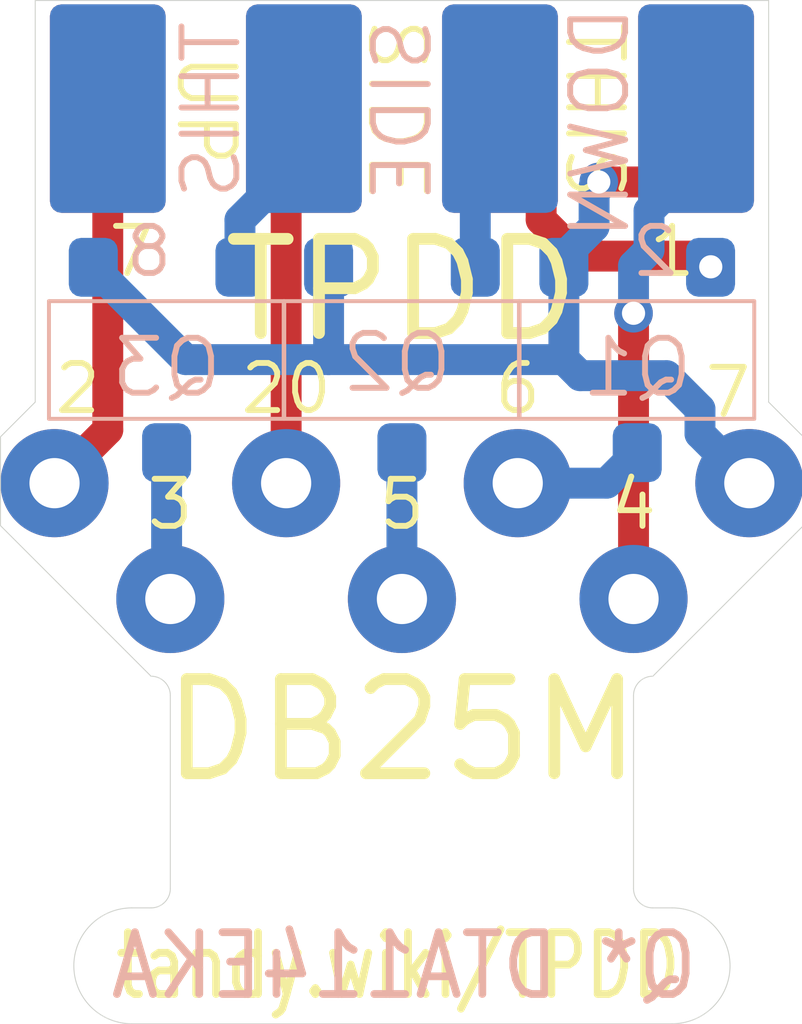
<source format=kicad_pcb>
(kicad_pcb (version 20171130) (host pcbnew 5.1.10-88a1d61d58~88~ubuntu20.10.1)

  (general
    (thickness 1.6)
    (drawings 44)
    (tracks 48)
    (zones 0)
    (modules 5)
    (nets 11)
  )

  (page USLetter)
  (title_block
    (title "TPDD Cable")
    (date 2021-04-27)
    (rev 004)
    (company b.kenyon.w@gmail.com)
  )

  (layers
    (0 Top signal)
    (31 Bottom signal)
    (32 B.Adhes user hide)
    (33 F.Adhes user hide)
    (34 B.Paste user hide)
    (35 F.Paste user hide)
    (36 B.SilkS user)
    (37 F.SilkS user)
    (38 B.Mask user hide)
    (39 F.Mask user hide)
    (40 Dwgs.User user hide)
    (41 Cmts.User user hide)
    (42 Eco1.User user hide)
    (43 Eco2.User user hide)
    (44 Edge.Cuts user)
    (45 Margin user hide)
    (46 B.CrtYd user hide)
    (47 F.CrtYd user hide)
    (48 B.Fab user hide)
    (49 F.Fab user hide)
  )

  (setup
    (last_trace_width 0.2)
    (user_trace_width 0.4)
    (trace_clearance 0.2)
    (zone_clearance 0.16)
    (zone_45_only no)
    (trace_min 0.2)
    (via_size 0.5)
    (via_drill 0.3)
    (via_min_size 0.5)
    (via_min_drill 0.3)
    (uvia_size 0.5)
    (uvia_drill 0.3)
    (uvias_allowed no)
    (uvia_min_size 0.5)
    (uvia_min_drill 0.3)
    (edge_width 0.0127)
    (segment_width 0.2032)
    (pcb_text_width 0.1524)
    (pcb_text_size 1.2192 1.2192)
    (mod_edge_width 0.0508)
    (mod_text_size 0.6096 0.6096)
    (mod_text_width 0.0508)
    (pad_size 1.524 1.524)
    (pad_drill 0.889)
    (pad_to_mask_clearance 0)
    (solder_mask_min_width 0.22)
    (aux_axis_origin 0 0)
    (grid_origin 144.993 83.6295)
    (visible_elements FFFFFF7F)
    (pcbplotparams
      (layerselection 0x010f0_ffffffff)
      (usegerberextensions false)
      (usegerberattributes false)
      (usegerberadvancedattributes false)
      (creategerberjobfile false)
      (excludeedgelayer true)
      (linewidth 0.100000)
      (plotframeref false)
      (viasonmask false)
      (mode 1)
      (useauxorigin false)
      (hpglpennumber 1)
      (hpglpenspeed 20)
      (hpglpendiameter 15.000000)
      (psnegative false)
      (psa4output false)
      (plotreference true)
      (plotvalue true)
      (plotinvisibletext false)
      (padsonsilk false)
      (subtractmaskfromsilk false)
      (outputformat 1)
      (mirror false)
      (drillshape 0)
      (scaleselection 1)
      (outputdirectory "GERBER_TPDD_Cable_004"))
  )

  (net 0 "")
  (net 1 /RTS)
  (net 2 /DTR)
  (net 3 /RX_TTL)
  (net 4 /CTS_TTL)
  (net 5 /DSR_TTL)
  (net 6 /TX)
  (net 7 /CTS)
  (net 8 /DSR)
  (net 9 /SG)
  (net 10 /RX)

  (net_class Default "This is the default net class."
    (clearance 0.2)
    (trace_width 0.2)
    (via_dia 0.5)
    (via_drill 0.3)
    (uvia_dia 0.5)
    (uvia_drill 0.3)
    (diff_pair_width 0.2)
    (diff_pair_gap 0.2)
    (add_net /CTS)
    (add_net /CTS_TTL)
    (add_net /DSR)
    (add_net /DSR_TTL)
    (add_net /DTR)
    (add_net /RTS)
    (add_net /RX)
    (add_net /RX_TTL)
    (add_net /SG)
    (add_net /TX)
  )

  (module 000_LOCAL:D7_1.5mm_wirepads (layer Top) (tedit 608685CE) (tstamp 5F2DA235)
    (at 144.993 87.8795)
    (descr "Through hole straight pin header, 1x07, 1.27mm pitch, single row")
    (tags "Through hole pin header THT 1x07 1.27mm single row")
    (path /5F2FF8FD)
    (fp_text reference J1 (at 0 -1.695) (layer F.SilkS) hide
      (effects (font (size 1 1) (thickness 0.15)))
    )
    (fp_text value "Wire Solder Pads" (at 0 9.315 180 unlocked) (layer F.Fab) hide
      (effects (font (size 1 1) (thickness 0.15)))
    )
    (fp_text user %R (at 0 3.81 90) (layer F.Fab) hide
      (effects (font (size 1 1) (thickness 0.15)))
    )
    (pad 6 thru_hole circle (at 3 0.75 270) (size 1.4 1.4) (drill 0.65) (layers *.Cu *.Mask)
      (net 1 /RTS))
    (pad 7 thru_hole circle (at 4.5 -0.75 270) (size 1.4 1.4) (drill 0.65) (layers *.Cu *.Mask)
      (net 9 /SG))
    (pad 4 thru_hole circle (at 0 0.75 270) (size 1.4 1.4) (drill 0.65) (layers *.Cu *.Mask)
      (net 7 /CTS))
    (pad 5 thru_hole circle (at 1.5 -0.75 270) (size 1.4 1.4) (drill 0.65) (layers *.Cu *.Mask)
      (net 8 /DSR))
    (pad 3 thru_hole circle (at -1.5 -0.75 270) (size 1.4 1.4) (drill 0.65) (layers *.Cu *.Mask)
      (net 2 /DTR))
    (pad 2 thru_hole circle (at -3 0.75 270) (size 1.4 1.4) (drill 0.65) (layers *.Cu *.Mask)
      (net 10 /RX))
    (pad 1 thru_hole circle (at -4.5 -0.75 270) (size 1.4 1.4) (drill 0.65) (layers *.Cu *.Mask)
      (net 6 /TX))
    (model ${KISYS3DMOD}/Pin_Headers.3dshapes/Pin_Header_Straight_1x07_Pitch1.27mm.wrl
      (at (xyz 0 0 0))
      (scale (xyz 1 1 1))
      (rotate (xyz 0 0 0))
    )
  )

  (module 000_LOCAL:2-6-2_tpdd (layer Top) (tedit 608678DD) (tstamp 5D2D423B)
    (at 148.803 82.2795)
    (path /5F35826E)
    (attr smd)
    (fp_text reference J2 (at -1.27 -0.127 -90 unlocked) (layer F.SilkS) hide
      (effects (font (size 0.6096 0.6096) (thickness 0.0508)))
    )
    (fp_text value TPDD (at -3.81 2.286) (layer F.Fab)
      (effects (font (size 0.4572 0.4572) (thickness 0.00254)))
    )
    (fp_text user 8 (at -7.0866 1.85 unlocked) (layer B.SilkS)
      (effects (font (size 0.6096 0.6096) (thickness 0.0762)) (justify mirror))
    )
    (fp_text user 2 (at -0.5334 1.85 unlocked) (layer B.SilkS)
      (effects (font (size 0.6096 0.6096) (thickness 0.0762)) (justify mirror))
    )
    (fp_text user 7 (at -7.31 1.85 unlocked) (layer F.SilkS)
      (effects (font (size 0.6096 0.6096) (thickness 0.0762)))
    )
    (fp_text user 1 (at -0.31 1.85 unlocked) (layer F.SilkS)
      (effects (font (size 0.6096 0.6096) (thickness 0.0762)))
    )
    (pad 2 smd roundrect (at 0 0) (size 1.5 2.7) (layers Bottom B.Mask) (roundrect_rratio 0.1)
      (net 1 /RTS))
    (pad 4 smd roundrect (at -2.54 0) (size 1.5 2.7) (layers Bottom B.Mask) (roundrect_rratio 0.1)
      (net 4 /CTS_TTL))
    (pad 6 smd roundrect (at -5.08 0) (size 1.5 2.7) (layers Bottom B.Mask) (roundrect_rratio 0.1)
      (net 3 /RX_TTL))
    (pad 8 smd roundrect (at -7.62 0) (size 1.5 2.7) (layers Bottom B.Mask) (roundrect_rratio 0.1))
    (pad 7 smd roundrect (at -7.62 0) (size 1.5 2.7) (layers Top F.Mask) (roundrect_rratio 0.1)
      (net 6 /TX))
    (pad 5 smd roundrect (at -5.08 0) (size 1.5 2.7) (layers Top F.Mask) (roundrect_rratio 0.1)
      (net 2 /DTR))
    (pad 3 smd roundrect (at -2.54 0) (size 1.5 2.7) (layers Top F.Mask) (roundrect_rratio 0.1)
      (net 5 /DSR_TTL))
    (pad 1 smd roundrect (at 0 0) (size 1.5 2.7) (layers Top F.Mask) (roundrect_rratio 0.1)
      (net 9 /SG))
    (model ${KIPRJMOD}/000_LOCAL.pretty/3dshapes/PinSocket_2x03_P2.54mm_Vertical_2pulled.step
      (offset (xyz -5.08 1.47 2.93))
      (scale (xyz 1 1 1))
      (rotate (xyz 90 180 0))
    )
    (model ${KIPRJMOD}/000_LOCAL.pretty/3dshapes/PinSocket_1x02_P2.54mm_Vertical.step
      (offset (xyz 0 1.47 -2.15))
      (scale (xyz 1 1 1))
      (rotate (xyz 90 0 0))
    )
    (model ${KIPRJMOD}/000_LOCAL.pretty/3dshapes/PinSocket_1x02_P2.54mm_Vertical.step
      (offset (xyz -7.62 1.47 -2.15))
      (scale (xyz 1 1 1))
      (rotate (xyz 90 0 0))
    )
  )

  (module 000_LOCAL:SC-59 (layer Bottom) (tedit 5F2C749B) (tstamp 5D2D4324)
    (at 141.945 85.5345 270)
    (descr "SC-59, https://lib.chipdip.ru/images/import_diod/original/SOT-23_SC-59.jpg")
    (tags SC-59)
    (path /5F2E424E)
    (attr smd)
    (fp_text reference Q3 (at -0.3175 0.762 unlocked) (layer B.SilkS)
      (effects (font (size 0.7112 0.7112) (thickness 0.0762)) (justify right top mirror))
    )
    (fp_text value DTA114EKA (at -1.905 -3.175 90) (layer B.Fab) hide
      (effects (font (size 1.2065 1.2065) (thickness 0.1016)) (justify right top mirror))
    )
    (fp_line (start -0.762 -1.516) (end 0.762 -1.516) (layer B.SilkS) (width 0.0508))
    (fp_line (start -0.762 1.524) (end 0.762 1.524) (layer B.SilkS) (width 0.0508))
    (fp_line (start -0.762 1.524) (end -0.762 -1.516) (layer B.SilkS) (width 0.0508))
    (fp_line (start 0.762 1.524) (end 0.762 -1.516) (layer B.SilkS) (width 0.0508))
    (fp_text user %R (at 0 0) (layer B.Fab) hide
      (effects (font (size 0.5 0.5) (thickness 0.075)) (justify mirror))
    )
    (pad 1 smd roundrect (at -1.2 0.95 270) (size 0.762 0.635) (layers Bottom B.Paste B.Mask) (roundrect_rratio 0.25)
      (net 9 /SG))
    (pad 2 smd roundrect (at -1.2 -0.95 270) (size 0.762 0.635) (layers Bottom B.Paste B.Mask) (roundrect_rratio 0.25)
      (net 3 /RX_TTL))
    (pad 3 smd roundrect (at 1.2 0 270) (size 0.762 0.635) (layers Bottom B.Paste B.Mask) (roundrect_rratio 0.25)
      (net 10 /RX))
    (model ${KIPRJMOD}/000_LOCAL.pretty/3dshapes/SC-59.step
      (at (xyz 0 0 0))
      (scale (xyz 1 1 1))
      (rotate (xyz 0 0 0))
    )
  )

  (module 000_LOCAL:SC-59 (layer Bottom) (tedit 5F2C749B) (tstamp 5D2D4366)
    (at 144.993 85.5345 270)
    (descr "SC-59, https://lib.chipdip.ru/images/import_diod/original/SOT-23_SC-59.jpg")
    (tags SC-59)
    (path /5F2E2C8F)
    (attr smd)
    (fp_text reference Q2 (at -0.381 0.8255 unlocked) (layer B.SilkS)
      (effects (font (size 0.7112 0.7112) (thickness 0.0762)) (justify right top mirror))
    )
    (fp_text value DTA114EKA (at -1.905 -3.175 90) (layer B.Fab) hide
      (effects (font (size 1.2065 1.2065) (thickness 0.1016)) (justify right top mirror))
    )
    (fp_line (start -0.762 -1.516) (end 0.762 -1.516) (layer B.SilkS) (width 0.0508))
    (fp_line (start -0.762 1.524) (end 0.762 1.524) (layer B.SilkS) (width 0.0508))
    (fp_line (start -0.762 1.524) (end -0.762 -1.516) (layer B.SilkS) (width 0.0508))
    (fp_line (start 0.762 1.524) (end 0.762 -1.516) (layer B.SilkS) (width 0.0508))
    (fp_text user %R (at 0 0) (layer B.Fab) hide
      (effects (font (size 0.5 0.5) (thickness 0.075)) (justify mirror))
    )
    (pad 1 smd roundrect (at -1.2 0.95 270) (size 0.762 0.635) (layers Bottom B.Paste B.Mask) (roundrect_rratio 0.25)
      (net 9 /SG))
    (pad 2 smd roundrect (at -1.2 -0.95 270) (size 0.762 0.635) (layers Bottom B.Paste B.Mask) (roundrect_rratio 0.25)
      (net 4 /CTS_TTL))
    (pad 3 smd roundrect (at 1.2 0 270) (size 0.762 0.635) (layers Bottom B.Paste B.Mask) (roundrect_rratio 0.25)
      (net 7 /CTS))
    (model ${KIPRJMOD}/000_LOCAL.pretty/3dshapes/SC-59.step
      (at (xyz 0 0 0))
      (scale (xyz 1 1 1))
      (rotate (xyz 0 0 0))
    )
  )

  (module 000_LOCAL:SC-59 (layer Bottom) (tedit 5F2C749B) (tstamp 5D2D4345)
    (at 148.041 85.5345 270)
    (descr "SC-59, https://lib.chipdip.ru/images/import_diod/original/SOT-23_SC-59.jpg")
    (tags SC-59)
    (path /5F2DFF29)
    (attr smd)
    (fp_text reference Q1 (at -0.3175 0.762 unlocked) (layer B.SilkS)
      (effects (font (size 0.7112 0.7112) (thickness 0.0762)) (justify right top mirror))
    )
    (fp_text value DTA114EKA (at -1.905 -3.175 90) (layer B.Fab) hide
      (effects (font (size 1.2065 1.2065) (thickness 0.1016)) (justify right top mirror))
    )
    (fp_line (start -0.762 -1.516) (end 0.762 -1.516) (layer B.SilkS) (width 0.0508))
    (fp_line (start -0.762 1.524) (end 0.762 1.524) (layer B.SilkS) (width 0.0508))
    (fp_line (start -0.762 1.524) (end -0.762 -1.516) (layer B.SilkS) (width 0.0508))
    (fp_line (start 0.762 1.524) (end 0.762 -1.516) (layer B.SilkS) (width 0.0508))
    (fp_text user %R (at 0 0) (layer B.Fab) hide
      (effects (font (size 0.5 0.5) (thickness 0.075)) (justify mirror))
    )
    (pad 1 smd roundrect (at -1.2 0.95 270) (size 0.762 0.635) (layers Bottom B.Paste B.Mask) (roundrect_rratio 0.25)
      (net 9 /SG))
    (pad 2 smd roundrect (at -1.2 -0.95 270) (size 0.762 0.635) (layers Bottom B.Paste B.Mask) (roundrect_rratio 0.25)
      (net 5 /DSR_TTL))
    (pad 3 smd roundrect (at 1.2 0 270) (size 0.762 0.635) (layers Bottom B.Paste B.Mask) (roundrect_rratio 0.25)
      (net 8 /DSR))
    (model ${KIPRJMOD}/000_LOCAL.pretty/3dshapes/SC-59.step
      (at (xyz 0 0 0))
      (scale (xyz 1 1 1))
      (rotate (xyz 0 0 0))
    )
  )

  (gr_arc (start 148.493 93.3795) (end 148.493 94.1295) (angle -180) (layer Edge.Cuts) (width 0.0127))
  (gr_arc (start 141.493 93.3795) (end 141.493 92.6295) (angle -180) (layer Edge.Cuts) (width 0.0127))
  (gr_line (start 139.793 86.5295) (end 140.243 86.0795) (layer Edge.Cuts) (width 0.0127))
  (gr_line (start 139.793 87.6795) (end 139.793 86.5295) (layer Edge.Cuts) (width 0.0127))
  (gr_line (start 141.743 89.6295) (end 139.793 87.6795) (layer Edge.Cuts) (width 0.0127))
  (gr_line (start 150.193 86.5295) (end 149.743 86.0795) (layer Edge.Cuts) (width 0.0127))
  (gr_line (start 150.193 87.6795) (end 150.193 86.5295) (layer Edge.Cuts) (width 0.0127))
  (gr_line (start 148.243 89.6295) (end 150.193 87.6795) (layer Edge.Cuts) (width 0.0127))
  (gr_arc (start 148.243 92.3795) (end 147.993 92.3795) (angle -90) (layer Edge.Cuts) (width 0.0127))
  (gr_arc (start 141.743 92.3795) (end 141.743 92.6295) (angle -90) (layer Edge.Cuts) (width 0.0127))
  (gr_arc (start 141.743 89.8795) (end 141.993 89.8795) (angle -90) (layer Edge.Cuts) (width 0.0127))
  (gr_arc (start 148.243 89.8795) (end 148.243 89.6295) (angle -90) (layer Edge.Cuts) (width 0.0127))
  (gr_line (start 147.993 89.8795) (end 147.993 92.3795) (layer Edge.Cuts) (width 0.0127) (tstamp 6087D781))
  (gr_line (start 149.743 80.8795) (end 149.743 86.0795) (layer Edge.Cuts) (width 0.0127))
  (gr_line (start 140.243 80.8795) (end 149.743 80.8795) (layer Edge.Cuts) (width 0.0127))
  (gr_line (start 140.243 86.0795) (end 140.243 80.8795) (layer Edge.Cuts) (width 0.0127))
  (gr_line (start 141.993 92.3795) (end 141.993 89.8795) (layer Edge.Cuts) (width 0.0127))
  (gr_line (start 148.493 92.6295) (end 148.243 92.6295) (layer Edge.Cuts) (width 0.0127))
  (gr_line (start 141.743 92.6295) (end 141.493 92.6295) (layer Edge.Cuts) (width 0.0127) (tstamp 5F2CC4FC))
  (gr_line (start 141.493 94.1295) (end 148.493 94.1295) (layer Edge.Cuts) (width 0.0127) (tstamp 5F2C9B54))
  (gr_text tandy.wiki/TPDD (at 144.943 93.3795) (layer F.SilkS) (tstamp 5D2D595B)
    (effects (font (size 0.8 0.6) (thickness 0.1)))
  )
  (gr_text THIS (at 147.483 82.296 -90) (layer F.SilkS) (tstamp 5D2D57B0)
    (effects (font (size 0.7112 0.7112) (thickness 0.0762)))
  )
  (gr_text SIDE (at 144.9295 82.296 -90) (layer F.SilkS) (tstamp 5D2D578D)
    (effects (font (size 0.7112 0.7112) (thickness 0.0762)))
  )
  (gr_line (start 142.093 89.8295) (end 147.893 89.8295) (layer Dwgs.User) (width 0.0127) (tstamp 5F2C98E9))
  (gr_circle (center 144.993 83.6295) (end 140.04 80.9625) (layer Dwgs.User) (width 0.0127))
  (gr_line (start 140.675 83.6295) (end 149.311 83.6295) (layer Dwgs.User) (width 0.0127) (tstamp 5D2D4C4A))
  (gr_line (start 144.993 82.296) (end 144.993 93.1545) (layer Dwgs.User) (width 0.0127))
  (gr_line (start 144.993 82.296) (end 144.993 80.9625) (layer Dwgs.User) (width 0.0127))
  (gr_line (start 140.675 80.9625) (end 149.311 83.6295) (layer Dwgs.User) (width 0.0127))
  (gr_line (start 140.675 83.6295) (end 149.311 80.9625) (layer Dwgs.User) (width 0.0127) (tstamp 5D2D4495))
  (gr_text UP (at 142.453 82.296 -90) (layer F.SilkS) (tstamp 5D2D5758)
    (effects (font (size 0.7112 0.7112) (thickness 0.0762)))
  )
  (gr_text THIS (at 142.523 82.2995 -270) (layer B.SilkS) (tstamp 5D2D42B4)
    (effects (font (size 0.7112 0.7112) (thickness 0.0762)) (justify mirror))
  )
  (gr_text SIDE (at 145.003 82.2995 -270) (layer B.SilkS) (tstamp 5D2D42B1)
    (effects (font (size 0.7112 0.7112) (thickness 0.0762)) (justify mirror))
  )
  (gr_text "Q* DTA114EKA" (at 145.018 93.3795) (layer B.SilkS) (tstamp 5D2D42AE)
    (effects (font (size 0.8 0.7) (thickness 0.1)) (justify mirror))
  )
  (gr_text DB25M (at 144.993 90.3295) (layer F.SilkS) (tstamp 5D2D514A)
    (effects (font (size 1.2192 1.2192) (thickness 0.1524)))
  )
  (gr_text DOWN (at 147.5584 82.4611 -270) (layer B.SilkS) (tstamp 5D2D42A5)
    (effects (font (size 0.7112 0.7112) (thickness 0.0762)) (justify mirror))
  )
  (gr_text 4 (at 147.993 87.4045) (layer F.SilkS) (tstamp 5D2D42A2)
    (effects (font (size 0.6096 0.6096) (thickness 0.0762)))
  )
  (gr_text 5 (at 144.993 87.4045) (layer F.SilkS) (tstamp 5D2D429F)
    (effects (font (size 0.6096 0.6096) (thickness 0.0762)))
  )
  (gr_text 3 (at 141.993 87.4045) (layer F.SilkS) (tstamp 5F30FA3E)
    (effects (font (size 0.6096 0.6096) (thickness 0.0762)))
  )
  (gr_text 2 (at 140.793 85.9045) (layer F.SilkS) (tstamp 5D2D4299)
    (effects (font (size 0.6096 0.6096) (thickness 0.0762)))
  )
  (gr_text 20 (at 143.493 85.9045) (layer F.SilkS) (tstamp 5F30FA51)
    (effects (font (size 0.6096 0.6096) (thickness 0.0762)))
  )
  (gr_text 6 (at 146.493 85.9045) (layer F.SilkS) (tstamp 5D2D4263)
    (effects (font (size 0.6096 0.6096) (thickness 0.0762)))
  )
  (gr_text 7 (at 149.218 85.9545) (layer F.SilkS) (tstamp 5D2D4260)
    (effects (font (size 0.6096 0.6096) (thickness 0.0762)))
  )
  (gr_text TPDD (at 144.993 84.6295) (layer F.SilkS) (tstamp 5D2D425D)
    (effects (font (size 1.2192 1.2192) (thickness 0.1524)))
  )

  (segment (start 147.993 84.9295) (end 147.993 88.6295) (width 0.4) (layer Top) (net 1))
  (via (at 147.993 84.9295) (size 0.5) (drill 0.3) (layers Top Bottom) (net 1))
  (segment (start 148.1934 84.1121) (end 148.1934 83.6041) (width 0.4) (layer Bottom) (net 1))
  (segment (start 148.1934 83.6041) (end 148.803 82.9945) (width 0.4) (layer Bottom) (net 1))
  (segment (start 147.993 84.3125) (end 148.1934 84.1121) (width 0.4) (layer Bottom) (net 1))
  (segment (start 148.803 82.9945) (end 148.803 82.296) (width 0.4) (layer Bottom) (net 1))
  (segment (start 147.993 84.9295) (end 147.993 84.3125) (width 0.4) (layer Bottom) (net 1))
  (segment (start 143.493 82.5095) (end 143.493 87.1295) (width 0.4) (layer Top) (net 2))
  (segment (start 143.723 82.2795) (end 143.493 82.5095) (width 0.4) (layer Top) (net 2))
  (segment (start 143.723 82.296) (end 143.723 82.2795) (width 0.4) (layer Top) (net 2))
  (segment (start 143.6722 82.9437) (end 143.6722 82.3849) (width 0.4) (layer Bottom) (net 3))
  (segment (start 142.895 83.7209) (end 143.6722 82.9437) (width 0.4) (layer Bottom) (net 3))
  (segment (start 142.895 84.3345) (end 142.895 83.7209) (width 0.4) (layer Bottom) (net 3))
  (segment (start 145.943 82.5995) (end 146.263 82.2795) (width 0.4) (layer Bottom) (net 4))
  (segment (start 145.943 84.3345) (end 145.943 82.5995) (width 0.4) (layer Bottom) (net 4))
  (via (at 148.9935 84.328) (size 0.5) (drill 0.3) (layers Top Bottom) (net 5))
  (segment (start 146.7964 82.8129) (end 146.263 82.2795) (width 0.4) (layer Top) (net 5))
  (segment (start 146.7964 83.7184) (end 146.7964 82.8129) (width 0.4) (layer Top) (net 5))
  (segment (start 148.855 84.1895) (end 147.2675 84.1895) (width 0.4) (layer Top) (net 5))
  (segment (start 147.2675 84.1895) (end 146.7964 83.7184) (width 0.4) (layer Top) (net 5))
  (segment (start 148.9935 84.328) (end 148.855 84.1895) (width 0.4) (layer Top) (net 5))
  (segment (start 141.183 86.4395) (end 140.493 87.1295) (width 0.4) (layer Top) (net 6))
  (segment (start 141.183 82.296) (end 141.183 86.4395) (width 0.4) (layer Top) (net 6))
  (segment (start 144.993 88.3285) (end 144.993 88.3285) (width 0.3) (layer Bottom) (net 7) (tstamp 5F2DA1CC))
  (segment (start 144.993 86.7345) (end 144.993 88.6295) (width 0.4) (layer Bottom) (net 7))
  (segment (start 147.646 87.1295) (end 146.493 87.1295) (width 0.4) (layer Bottom) (net 8))
  (segment (start 148.041 86.7345) (end 147.646 87.1295) (width 0.4) (layer Bottom) (net 8))
  (segment (start 144.043 85.5295) (end 144.043 84.3345) (width 0.4) (layer Bottom) (net 9))
  (segment (start 142.19 85.5295) (end 144.043 85.5295) (width 0.4) (layer Bottom) (net 9))
  (segment (start 140.995 84.3345) (end 142.19 85.5295) (width 0.4) (layer Bottom) (net 9))
  (segment (start 144.043 85.5295) (end 147.093 85.5295) (width 0.4) (layer Bottom) (net 9))
  (segment (start 147.091 85.5275) (end 147.093 85.5295) (width 0.4) (layer Bottom) (net 9))
  (segment (start 147.091 84.3345) (end 147.091 85.5275) (width 0.4) (layer Bottom) (net 9))
  (segment (start 148.683 83.2295) (end 148.803 83.1095) (width 0.4) (layer Top) (net 9))
  (segment (start 147.543 83.2295) (end 148.683 83.2295) (width 0.4) (layer Top) (net 9))
  (segment (start 148.803 83.1095) (end 148.803 82.296) (width 0.4) (layer Top) (net 9))
  (via (at 147.543 83.2295) (size 0.5) (drill 0.3) (layers Top Bottom) (net 9))
  (segment (start 147.091 84.1985) (end 147.091 84.3345) (width 0.4) (layer Bottom) (net 9))
  (segment (start 147.4822 83.8073) (end 147.091 84.1985) (width 0.4) (layer Bottom) (net 9))
  (segment (start 147.4822 83.2903) (end 147.4822 83.8073) (width 0.4) (layer Bottom) (net 9))
  (segment (start 147.543 83.2295) (end 147.4822 83.2903) (width 0.4) (layer Bottom) (net 9))
  (segment (start 148.8538 86.4903) (end 149.493 87.1295) (width 0.4) (layer Bottom) (net 9))
  (segment (start 148.8538 86.1695) (end 148.8538 86.4903) (width 0.4) (layer Bottom) (net 9))
  (segment (start 148.422 85.7377) (end 148.8538 86.1695) (width 0.4) (layer Bottom) (net 9))
  (segment (start 147.3012 85.7377) (end 148.422 85.7377) (width 0.4) (layer Bottom) (net 9))
  (segment (start 147.093 85.5295) (end 147.3012 85.7377) (width 0.4) (layer Bottom) (net 9))
  (segment (start 141.945 88.5815) (end 141.993 88.6295) (width 0.4) (layer Bottom) (net 10))
  (segment (start 141.945 86.7345) (end 141.945 88.5815) (width 0.4) (layer Bottom) (net 10))

)

</source>
